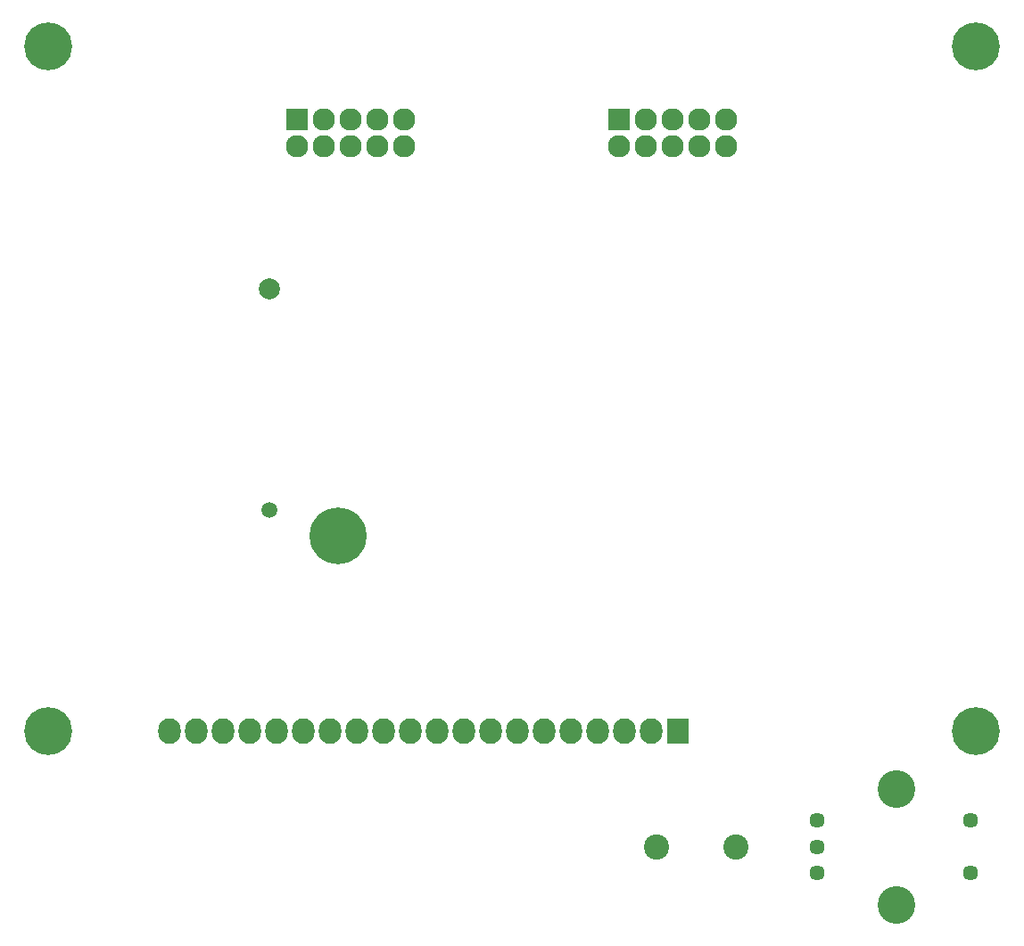
<source format=gts>
G04 #@! TF.FileFunction,Soldermask,Top*
%FSLAX46Y46*%
G04 Gerber Fmt 4.6, Leading zero omitted, Abs format (unit mm)*
G04 Created by KiCad (PCBNEW 4.0.5+dfsg1-4) date Wed Apr 10 14:12:04 2019*
%MOMM*%
%LPD*%
G01*
G04 APERTURE LIST*
%ADD10C,0.100000*%
%ADD11C,1.450000*%
%ADD12C,3.575000*%
%ADD13C,2.000200*%
%ADD14C,1.492200*%
%ADD15O,2.127200X2.432000*%
%ADD16R,2.127200X2.432000*%
%ADD17O,2.127200X2.127200*%
%ADD18R,2.127200X2.127200*%
%ADD19C,4.550000*%
%ADD20C,2.400000*%
%ADD21C,5.400000*%
G04 APERTURE END LIST*
D10*
D11*
X172500000Y-129000000D03*
X172500000Y-131500000D03*
X172500000Y-134000000D03*
D12*
X180000000Y-126000000D03*
X180000000Y-137000000D03*
D11*
X187000000Y-134000000D03*
X187000000Y-129000000D03*
D13*
X120449080Y-78500400D03*
D14*
X120449080Y-99501120D03*
D15*
X110990000Y-120500000D03*
X113530000Y-120500000D03*
X116070000Y-120500000D03*
X118610000Y-120500000D03*
X121150000Y-120500000D03*
X123690000Y-120500000D03*
X126230000Y-120500000D03*
X128770000Y-120500000D03*
X131310000Y-120500000D03*
X133850000Y-120500000D03*
X136390000Y-120500000D03*
X138930000Y-120500000D03*
X141470000Y-120500000D03*
X144010000Y-120500000D03*
X146550000Y-120500000D03*
X149090000Y-120500000D03*
X151630000Y-120500000D03*
X154170000Y-120500000D03*
X156710000Y-120500000D03*
D16*
X159250000Y-120500000D03*
D17*
X133300000Y-65000000D03*
X133300000Y-62460000D03*
X130760000Y-65000000D03*
X130760000Y-62460000D03*
X128220000Y-65000000D03*
X128220000Y-62460000D03*
X125680000Y-65000000D03*
X125680000Y-62460000D03*
X123140000Y-65000000D03*
D18*
X123140000Y-62460000D03*
D19*
X99500000Y-55500000D03*
X187500000Y-120500000D03*
X99500000Y-120500000D03*
D20*
X164799840Y-131500000D03*
X157200160Y-131500000D03*
D19*
X187500000Y-55500000D03*
D17*
X163800000Y-65000000D03*
X163800000Y-62460000D03*
X161260000Y-65000000D03*
X161260000Y-62460000D03*
X158720000Y-65000000D03*
X158720000Y-62460000D03*
X156180000Y-65000000D03*
X156180000Y-62460000D03*
X153640000Y-65000000D03*
D18*
X153640000Y-62460000D03*
D21*
X127000000Y-102000000D03*
M02*

</source>
